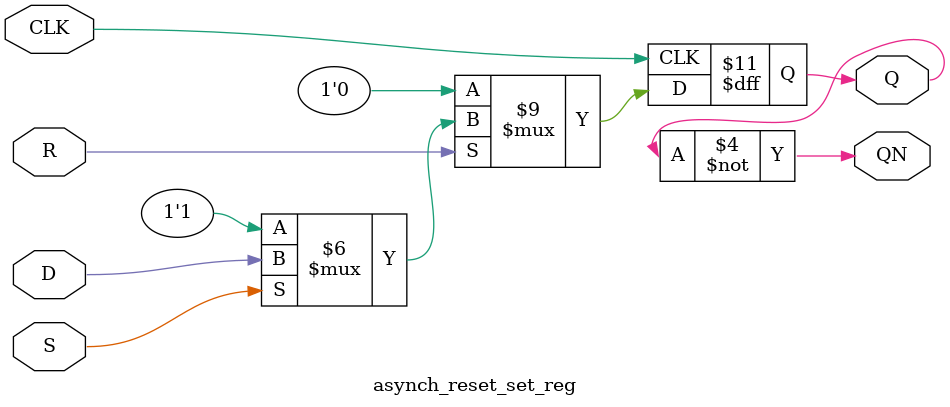
<source format=v>

module asynch_reset_set_reg (
  input D,
  input S,
  input R,
  input CLK,
  output Q,
  output QN
);

reg Q;

always @(posedge CLK) begin
  if (!R) begin
    Q <= 1'b0;
  end else if (!S) begin
    Q <= 1'b1;
  end else begin
    Q <= D;
  end
end

assign QN = ~Q;

endmodule
</source>
